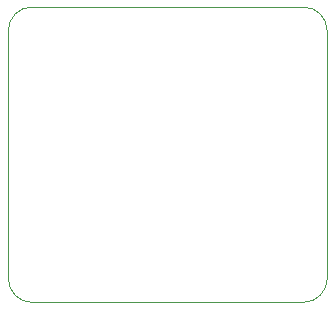
<source format=gbr>
G04 #@! TF.GenerationSoftware,KiCad,Pcbnew,5.1.6-c6e7f7d~86~ubuntu20.04.1*
G04 #@! TF.CreationDate,2020-05-16T23:21:58+03:00*
G04 #@! TF.ProjectId,TC2050-OOPS,54433230-3530-42d4-9f4f-50532e6b6963,v1.0*
G04 #@! TF.SameCoordinates,Original*
G04 #@! TF.FileFunction,Paste,Bot*
G04 #@! TF.FilePolarity,Positive*
%FSLAX46Y46*%
G04 Gerber Fmt 4.6, Leading zero omitted, Abs format (unit mm)*
G04 Created by KiCad (PCBNEW 5.1.6-c6e7f7d~86~ubuntu20.04.1) date 2020-05-16 23:21:58*
%MOMM*%
%LPD*%
G01*
G04 APERTURE LIST*
G04 #@! TA.AperFunction,Profile*
%ADD10C,0.050000*%
G04 #@! TD*
G04 APERTURE END LIST*
D10*
X74000000Y-49000000D02*
G75*
G02*
X76000000Y-51000000I0J-2000000D01*
G01*
X76000000Y-72000000D02*
G75*
G02*
X74000000Y-74000000I-2000000J0D01*
G01*
X51000000Y-74000000D02*
G75*
G02*
X49000000Y-72000000I0J2000000D01*
G01*
X49000000Y-51000000D02*
G75*
G02*
X51000000Y-49000000I2000000J0D01*
G01*
X74000000Y-49000000D02*
X51000000Y-49000000D01*
X76000000Y-72000000D02*
X76000000Y-51000000D01*
X51000000Y-74000000D02*
X74000000Y-74000000D01*
X49000000Y-51000000D02*
X49000000Y-72000000D01*
M02*

</source>
